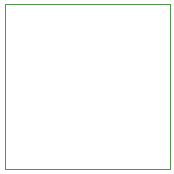
<source format=gm1>
G04 Layer_Color=16711935*
%FSLAX25Y25*%
%MOIN*%
G70*
G01*
G75*
%ADD24C,0.00300*%
D24*
X102441Y102441D02*
Y157559D01*
X157559D01*
Y102441D02*
Y157559D01*
X102441Y102441D02*
X157559D01*
M02*

</source>
